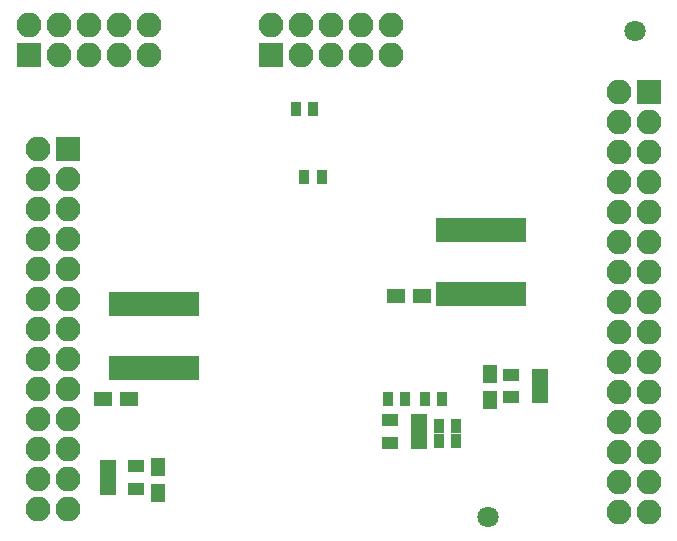
<source format=gbs>
G04 #@! TF.FileFunction,Soldermask,Bot*
%FSLAX46Y46*%
G04 Gerber Fmt 4.6, Leading zero omitted, Abs format (unit mm)*
G04 Created by KiCad (PCBNEW 4.0.1-stable) date 5/8/2017 10:12:07 PM*
%MOMM*%
G01*
G04 APERTURE LIST*
%ADD10C,0.100000*%
%ADD11R,2.100000X2.100000*%
%ADD12O,2.100000X2.100000*%
%ADD13C,1.797000*%
%ADD14R,0.781000X2.051000*%
%ADD15R,1.400000X1.100000*%
%ADD16R,1.600000X1.300000*%
%ADD17R,1.300000X1.600000*%
%ADD18R,0.900000X1.300000*%
G04 APERTURE END LIST*
D10*
D11*
X25875000Y17600000D03*
D12*
X23335000Y17600000D03*
X25875000Y15060000D03*
X23335000Y15060000D03*
X25875000Y12520000D03*
X23335000Y12520000D03*
X25875000Y9980000D03*
X23335000Y9980000D03*
X25875000Y7440000D03*
X23335000Y7440000D03*
X25875000Y4900000D03*
X23335000Y4900000D03*
X25875000Y2360000D03*
X23335000Y2360000D03*
X25875000Y-180000D03*
X23335000Y-180000D03*
X25875000Y-2720000D03*
X23335000Y-2720000D03*
X25875000Y-5260000D03*
X23335000Y-5260000D03*
X25875000Y-7800000D03*
X23335000Y-7800000D03*
X25875000Y-10340000D03*
X23335000Y-10340000D03*
X25875000Y-12880000D03*
X23335000Y-12880000D03*
X25875000Y-15420000D03*
X23335000Y-15420000D03*
X25875000Y-17960000D03*
X23335000Y-17960000D03*
D11*
X-23325000Y12800000D03*
D12*
X-25865000Y12800000D03*
X-23325000Y10260000D03*
X-25865000Y10260000D03*
X-23325000Y7720000D03*
X-25865000Y7720000D03*
X-23325000Y5180000D03*
X-25865000Y5180000D03*
X-23325000Y2640000D03*
X-25865000Y2640000D03*
X-23325000Y100000D03*
X-25865000Y100000D03*
X-23325000Y-2440000D03*
X-25865000Y-2440000D03*
X-23325000Y-4980000D03*
X-25865000Y-4980000D03*
X-23325000Y-7520000D03*
X-25865000Y-7520000D03*
X-23325000Y-10060000D03*
X-25865000Y-10060000D03*
X-23325000Y-12600000D03*
X-25865000Y-12600000D03*
X-23325000Y-15140000D03*
X-25865000Y-15140000D03*
X-23325000Y-17680000D03*
X-25865000Y-17680000D03*
D13*
X12217400Y-18415000D03*
D14*
X-19532600Y-304800D03*
X-18897600Y-304800D03*
X-18262600Y-304800D03*
X-17627600Y-304800D03*
X-16992600Y-304800D03*
X-16357600Y-304800D03*
X-15722600Y-304800D03*
X-15087600Y-304800D03*
X-14452600Y-304800D03*
X-13817600Y-304800D03*
X-13182600Y-304800D03*
X-12547600Y-304800D03*
X-12547600Y-5765800D03*
X-13182600Y-5765800D03*
X-13817600Y-5765800D03*
X-14452600Y-5765800D03*
X-15087600Y-5765800D03*
X-15722600Y-5765800D03*
X-16357600Y-5765800D03*
X-16992600Y-5765800D03*
X-17627600Y-5765800D03*
X-18262600Y-5765800D03*
X-18897600Y-5765800D03*
X-19532600Y-5765800D03*
X8174120Y5950220D03*
X8809120Y5950220D03*
X9444120Y5950220D03*
X10079120Y5950220D03*
X10714120Y5950220D03*
X11349120Y5950220D03*
X11984120Y5950220D03*
X12619120Y5950220D03*
X13254120Y5950220D03*
X13889120Y5950220D03*
X14524120Y5950220D03*
X15159120Y5950220D03*
X15159120Y489220D03*
X14524120Y489220D03*
X13889120Y489220D03*
X13254120Y489220D03*
X12619120Y489220D03*
X11984120Y489220D03*
X11349120Y489220D03*
X10714120Y489220D03*
X10079120Y489220D03*
X9444120Y489220D03*
X8809120Y489220D03*
X8174120Y489220D03*
D15*
X6375400Y-11130280D03*
X6375400Y-10180280D03*
X6375400Y-12080280D03*
X3975400Y-12080280D03*
X3975400Y-10180280D03*
X16611600Y-7292340D03*
X16611600Y-6342340D03*
X16611600Y-8242340D03*
X14211600Y-8242340D03*
X14211600Y-6342340D03*
X-19941540Y-15011400D03*
X-19941540Y-15961400D03*
X-19941540Y-14061400D03*
X-17541540Y-14061400D03*
X-17541540Y-15961400D03*
D16*
X-20327800Y-8356600D03*
X-18127800Y-8356600D03*
X6660800Y342400D03*
X4460800Y342400D03*
D17*
X-15679420Y-16299360D03*
X-15679420Y-14099360D03*
X12410440Y-6230440D03*
X12410440Y-8430440D03*
D18*
X-2546920Y16129000D03*
X-4046920Y16129000D03*
X-1790000Y10403840D03*
X-3290000Y10403840D03*
X8073960Y-11940540D03*
X9573960Y-11940540D03*
X5255960Y-8384540D03*
X3755960Y-8384540D03*
X9573960Y-10670540D03*
X8073960Y-10670540D03*
X8385240Y-8387080D03*
X6885240Y-8387080D03*
D13*
X24663400Y22733000D03*
D11*
X-26654200Y20730000D03*
D12*
X-26654200Y23270000D03*
X-24114200Y20730000D03*
X-24114200Y23270000D03*
X-21574200Y20730000D03*
X-21574200Y23270000D03*
X-19034200Y20730000D03*
X-19034200Y23270000D03*
X-16494200Y20730000D03*
X-16494200Y23270000D03*
D11*
X-6104200Y20730000D03*
D12*
X-6104200Y23270000D03*
X-3564200Y20730000D03*
X-3564200Y23270000D03*
X-1024200Y20730000D03*
X-1024200Y23270000D03*
X1515800Y20730000D03*
X1515800Y23270000D03*
X4055800Y20730000D03*
X4055800Y23270000D03*
M02*

</source>
